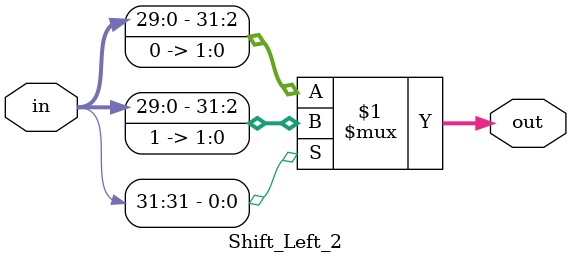
<source format=v>
module Shift_Left_2(
		input [31:0] in,
		output wire[31:0] out
	);
	assign out = in[31]?{in[29:0], 2'b11}:{in[29:0], 2'b00};
endmodule

</source>
